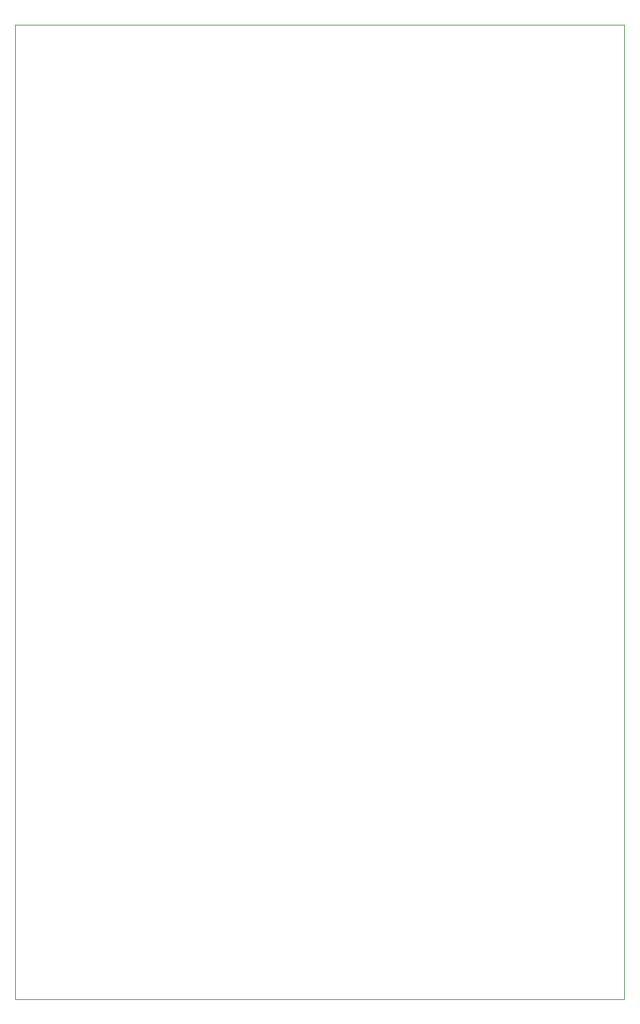
<source format=gbr>
G04 #@! TF.GenerationSoftware,KiCad,Pcbnew,(5.1.6)-1*
G04 #@! TF.CreationDate,2020-12-21T19:05:14-08:00*
G04 #@! TF.ProjectId,12AU7-Amplifier,31324155-372d-4416-9d70-6c6966696572,1.0*
G04 #@! TF.SameCoordinates,Original*
G04 #@! TF.FileFunction,Profile,NP*
%FSLAX46Y46*%
G04 Gerber Fmt 4.6, Leading zero omitted, Abs format (unit mm)*
G04 Created by KiCad (PCBNEW (5.1.6)-1) date 2020-12-21 19:05:14*
%MOMM*%
%LPD*%
G01*
G04 APERTURE LIST*
G04 #@! TA.AperFunction,Profile*
%ADD10C,0.050000*%
G04 #@! TD*
G04 APERTURE END LIST*
D10*
X85000000Y-30000000D02*
X85000000Y-150000000D01*
X160000000Y-30000000D02*
X160000000Y-150000000D01*
X160000000Y-150000000D02*
X85000000Y-150000000D01*
X85000000Y-30000000D02*
X160000000Y-30000000D01*
M02*

</source>
